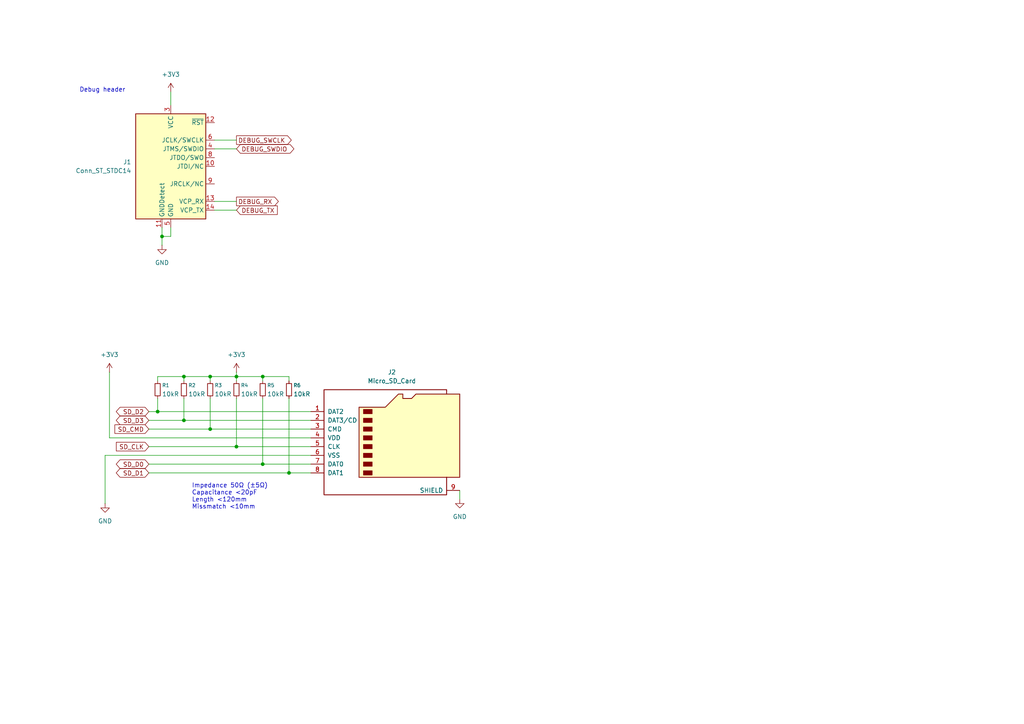
<source format=kicad_sch>
(kicad_sch (version 20250114) (generator "eeschema") (generator_version "9.0")
  (paper "A4")
  (title_block (title "Canard Board") (company "Waterloo Rocketry") (comment 4 "Processor: See STM Application Note AN5419"))
  (lib_symbols
    (symbol "Connector:Conn_ST_STDC14"
      (property "Reference" "J" (at -8.89 16.51 0))
      (property "Value" "Conn_ST_STDC14" (at 17.78 16.51 0))
      (symbol "Conn_ST_STDC14_0_1"
        (rectangle (start -10.16 15.24) (end 10.16 -15.24) (stroke (width 0.254)) (fill (type background)))
      )
      (symbol "Conn_ST_STDC14_1_1"
        (pin no_connect line (at -10.16 5.08 0) (length 2.54) (hide yes) (name "NC") (number "1"))
        (pin no_connect line (at -10.16 2.54 0) (length 2.54) (hide yes) (name "NC") (number "2"))
        (pin passive line (at -2.54 -17.78 90) (length 2.54) (name "GNDDetect") (number "11"))
        (pin power_in line (at 0 17.78 270) (length 2.54) (name "VCC") (number "3"))
        (pin power_in line (at 0 -17.78 90) (length 2.54) (name "GND") (number "5"))
        (pin passive line (at 0 -17.78 90) (length 2.54) (hide yes) (name "GND") (number "7"))
        (pin open_collector line (at 12.7 12.7 180) (length 2.54) (name "~{RST}") (number "12"))
        (pin output line (at 12.7 7.62 180) (length 2.54) (name "JCLK/SWCLK") (number "6"))
        (pin bidirectional line (at 12.7 5.08 180) (length 2.54) (name "JTMS/SWDIO") (number "4"))
        (pin input line (at 12.7 2.54 180) (length 2.54) (name "JTDO/SWO") (number "8"))
        (pin output line (at 12.7 0 180) (length 2.54) (name "JTDI/NC") (number "10"))
        (pin input line (at 12.7 -5.08 180) (length 2.54) (name "JRCLK/NC") (number "9"))
        (pin output line (at 12.7 -10.16 180) (length 2.54) (name "VCP_RX") (number "13"))
        (pin input line (at 12.7 -12.7 180) (length 2.54) (name "VCP_TX") (number "14"))
      )
    )
    (symbol "Connector:Micro_SD_Card" (pin_names (offset 1.016))
      (property "Reference" "J" (at -16.51 15.24 0))
      (property "Value" "Micro_SD_Card" (at 16.51 15.24 0))
      (symbol "Micro_SD_Card_0_1"
        (polyline (pts (xy -8.89 -11.43) (xy -8.89 8.89) (xy -1.27 8.89) (xy 2.54 12.7) (xy 3.81 12.7) (xy 3.81 11.43) (xy 6.35 11.43) (xy 7.62 12.7) (xy 20.32 12.7) (xy 20.32 -11.43) (xy -8.89 -11.43)) (stroke (width 0.254)) (fill (type background)))
        (rectangle (start -7.62 8.255) (end -5.08 6.985) (fill (type outline)))
        (rectangle (start -7.62 5.715) (end -5.08 4.445) (fill (type outline)))
        (rectangle (start -7.62 3.175) (end -5.08 1.905) (fill (type outline)))
        (rectangle (start -7.62 0.635) (end -5.08 -0.635) (fill (type outline)))
        (rectangle (start -7.62 -1.905) (end -5.08 -3.175) (fill (type outline)))
        (rectangle (start -7.62 -4.445) (end -5.08 -5.715) (fill (type outline)))
        (rectangle (start -7.62 -6.985) (end -5.08 -8.255) (fill (type outline)))
        (rectangle (start -7.62 -9.525) (end -5.08 -10.795) (fill (type outline)))
        (polyline (pts (xy 16.51 12.7) (xy 16.51 13.97) (xy -19.05 13.97) (xy -19.05 -16.51) (xy 16.51 -16.51) (xy 16.51 -11.43)) (stroke (width 0.254)))
      )
      (symbol "Micro_SD_Card_1_1"
        (pin bidirectional line (at -22.86 7.62 0) (length 3.81) (name "DAT2") (number "1"))
        (pin bidirectional line (at -22.86 5.08 0) (length 3.81) (name "DAT3/CD") (number "2"))
        (pin input line (at -22.86 2.54 0) (length 3.81) (name "CMD") (number "3"))
        (pin power_in line (at -22.86 0 0) (length 3.81) (name "VDD") (number "4"))
        (pin input line (at -22.86 -2.54 0) (length 3.81) (name "CLK") (number "5"))
        (pin power_in line (at -22.86 -5.08 0) (length 3.81) (name "VSS") (number "6"))
        (pin bidirectional line (at -22.86 -7.62 0) (length 3.81) (name "DAT0") (number "7"))
        (pin bidirectional line (at -22.86 -10.16 0) (length 3.81) (name "DAT1") (number "8"))
        (pin passive line (at 20.32 -15.24 180) (length 3.81) (name "SHIELD") (number "9"))
      )
    )
    (symbol "Device:R_Small" (pin_numbers (hide yes)) (pin_names (offset 0.254) (hide yes))
      (property "Reference" "R" (at 0 0 90))
      (property "Value" "R_Small" (at 1.778 0 90))
      (symbol "R_Small_0_1"
        (rectangle (start -0.762 1.778) (end 0.762 -1.778) (stroke (width 0.2032)))
      )
      (symbol "R_Small_1_1"
        (pin passive line (at 0 2.54 270) (length 0.762) (name "~") (number "1"))
        (pin passive line (at 0 -2.54 90) (length 0.762) (name "~") (number "2"))
      )
    )
    (symbol "power:+3V3" (power) (pin_numbers (hide yes)) (pin_names (offset 0) (hide yes))
      (property "Value" "+3V3" (at 0 3.556 0))
      (symbol "+3V3_0_1"
        (polyline (pts (xy -0.762 1.27) (xy 0 2.54)))
        (polyline (pts (xy 0 2.54) (xy 0.762 1.27)))
        (polyline (pts (xy 0 0) (xy 0 2.54)))
      )
      (symbol "+3V3_1_1"
        (pin power_in line (at 0 0 90) (length 0) (name "~") (number "1"))
      )
    )
    (symbol "power:GND" (power) (pin_numbers (hide yes)) (pin_names (offset 0) (hide yes))
      (property "Value" "GND" (at 0 -3.81 0))
      (symbol "GND_0_1"
        (polyline (pts (xy 0 0) (xy 0 -1.27) (xy 1.27 -1.27) (xy 0 -2.54) (xy -1.27 -1.27) (xy 0 -1.27)))
      )
      (symbol "GND_1_1"
        (pin power_in line (at 0 0 270) (length 0) (name "~") (number "1"))
      )
    )
  )
  (text "Debug header" (at 29.718 26.162 0) (effects (font (size 1.27 1.27))))
  (text "Impedance 50Ω (±5Ω)\nCapacitance <20pF\nLength <120mm\nMissmatch <10mm" (at 55.626 140.208 0) (effects (font (size 1.27 1.27)) (justify left top)))
  (junction (at 83.82 137.16))
  (junction (at 46.99 68.58))
  (junction (at 60.96 109.22))
  (junction (at 68.58 129.54))
  (junction (at 60.96 124.46))
  (junction (at 68.58 109.22))
  (junction (at 76.2 134.62))
  (junction (at 45.72 119.38))
  (junction (at 76.2 109.22))
  (junction (at 53.34 121.92))
  (junction (at 53.34 109.22))
  (wire (pts (xy 68.58 109.22) (xy 68.58 110.49)))
  (wire (pts (xy 30.48 132.08) (xy 90.17 132.08)))
  (wire (pts (xy 76.2 109.22) (xy 76.2 110.49)))
  (wire (pts (xy 76.2 115.57) (xy 76.2 134.62)))
  (wire (pts (xy 68.58 109.22) (xy 76.2 109.22)))
  (wire (pts (xy 46.99 68.58) (xy 46.99 71.12)))
  (wire (pts (xy 62.23 43.18) (xy 68.58 43.18)))
  (wire (pts (xy 45.72 115.57) (xy 45.72 119.38)))
  (wire (pts (xy 43.18 121.92) (xy 53.34 121.92)))
  (wire (pts (xy 49.53 66.04) (xy 49.53 68.58)))
  (wire (pts (xy 30.48 146.05) (xy 30.48 132.08)))
  (wire (pts (xy 68.58 129.54) (xy 90.17 129.54)))
  (wire (pts (xy 43.18 129.54) (xy 68.58 129.54)))
  (wire (pts (xy 76.2 134.62) (xy 90.17 134.62)))
  (wire (pts (xy 43.18 124.46) (xy 60.96 124.46)))
  (wire (pts (xy 53.34 121.92) (xy 90.17 121.92)))
  (wire (pts (xy 62.23 60.96) (xy 68.58 60.96)))
  (wire (pts (xy 43.18 119.38) (xy 45.72 119.38)))
  (wire (pts (xy 60.96 109.22) (xy 60.96 110.49)))
  (wire (pts (xy 45.72 119.38) (xy 90.17 119.38)))
  (wire (pts (xy 49.53 68.58) (xy 46.99 68.58)))
  (wire (pts (xy 83.82 109.22) (xy 83.82 110.49)))
  (wire (pts (xy 45.72 110.49) (xy 45.72 109.22)))
  (wire (pts (xy 83.82 115.57) (xy 83.82 137.16)))
  (wire (pts (xy 43.18 134.62) (xy 76.2 134.62)))
  (wire (pts (xy 76.2 109.22) (xy 83.82 109.22)))
  (wire (pts (xy 45.72 109.22) (xy 53.34 109.22)))
  (wire (pts (xy 53.34 115.57) (xy 53.34 121.92)))
  (wire (pts (xy 53.34 109.22) (xy 53.34 110.49)))
  (wire (pts (xy 83.82 137.16) (xy 90.17 137.16)))
  (wire (pts (xy 60.96 109.22) (xy 68.58 109.22)))
  (wire (pts (xy 133.35 144.78) (xy 133.35 142.24)))
  (wire (pts (xy 53.34 109.22) (xy 60.96 109.22)))
  (wire (pts (xy 46.99 66.04) (xy 46.99 68.58)))
  (wire (pts (xy 31.75 127) (xy 90.17 127)))
  (wire (pts (xy 60.96 124.46) (xy 90.17 124.46)))
  (wire (pts (xy 43.18 137.16) (xy 83.82 137.16)))
  (wire (pts (xy 49.53 26.67) (xy 49.53 30.48)))
  (wire (pts (xy 60.96 115.57) (xy 60.96 124.46)))
  (wire (pts (xy 62.23 58.42) (xy 68.58 58.42)))
  (wire (pts (xy 62.23 40.64) (xy 68.58 40.64)))
  (wire (pts (xy 31.75 107.95) (xy 31.75 127)))
  (wire (pts (xy 68.58 115.57) (xy 68.58 129.54)))
  (wire (pts (xy 68.58 107.95) (xy 68.58 109.22)))
  (global_label "SD_D1" (shape bidirectional) (at 43.18 137.16 180) (property "Intersheetrefs" "${INTERSHEET_REFS}" (effects (hide yes))))
  (global_label "SD_D0" (shape bidirectional) (at 43.18 134.62 180) (property "Intersheetrefs" "${INTERSHEET_REFS}" (effects (hide yes))))
  (global_label "SD_CLK" (shape input) (at 43.18 129.54 180) (property "Intersheetrefs" "${INTERSHEET_REFS}" (effects (hide yes))))
  (global_label "SD_CMD" (shape input) (at 43.18 124.46 180) (property "Intersheetrefs" "${INTERSHEET_REFS}" (effects (hide yes))))
  (global_label "SD_D3" (shape bidirectional) (at 43.18 121.92 180) (property "Intersheetrefs" "${INTERSHEET_REFS}" (effects (hide yes))))
  (global_label "SD_D2" (shape bidirectional) (at 43.18 119.38 180) (property "Intersheetrefs" "${INTERSHEET_REFS}" (effects (hide yes))))
  (global_label "DEBUG_TX" (shape input) (at 68.58 60.96 0) (property "Intersheetrefs" "${INTERSHEET_REFS}" (effects (hide yes))))
  (global_label "DEBUG_SWCLK" (shape output) (at 68.58 40.64 0) (property "Intersheetrefs" "${INTERSHEET_REFS}" (effects (hide yes))))
  (global_label "DEBUG_RX" (shape output) (at 68.58 58.42 0) (property "Intersheetrefs" "${INTERSHEET_REFS}" (effects (hide yes))))
  (global_label "DEBUG_SWDIO" (shape bidirectional) (at 68.58 43.18 0) (property "Intersheetrefs" "${INTERSHEET_REFS}" (effects (hide yes))))
  (symbol (lib_id "Device:R_Small") (at 45.72 113.03 0) (unit 1)
    (property "Reference" "R1" (at 46.99 111.76 0) (effects (font (size 1.016 1.016)) (justify left)))
    (property "Value" "10kR" (at 46.99 114.3 0) (effects (justify left)))
    (property "Footprint" "Resistor_SMD:R_0201_0603Metric" (effects (hide yes)))
    (property "Description" "Resistor, small symbol" (effects (hide yes)))
  )
  (symbol (lib_id "Device:R_Small") (at 76.2 113.03 0) (unit 1)
    (property "Reference" "R5" (at 77.47 111.76 0) (effects (font (size 1.016 1.016)) (justify left)))
    (property "Value" "10kR" (at 77.47 114.3 0) (effects (justify left)))
    (property "Footprint" "Resistor_SMD:R_0201_0603Metric" (effects (hide yes)))
    (property "Description" "Resistor, small symbol" (effects (hide yes)))
  )
  (symbol (lib_id "Device:R_Small") (at 68.58 113.03 0) (unit 1)
    (property "Reference" "R4" (at 69.85 111.76 0) (effects (font (size 1.016 1.016)) (justify left)))
    (property "Value" "10kR" (at 69.85 114.3 0) (effects (justify left)))
    (property "Footprint" "Resistor_SMD:R_0201_0603Metric" (effects (hide yes)))
    (property "Description" "Resistor, small symbol" (effects (hide yes)))
  )
  (symbol (lib_id "power:GND") (at 133.35 144.78 0) (unit 1)
    (property "Reference" "#PWR013" (effects (hide yes)))
    (property "Value" "GND" (at 133.35 149.86 0))
    (property "Description" "Power symbol creates a global label with name \"GND\" , ground" (effects (hide yes)))
  )
  (symbol (lib_id "Connector:Conn_ST_STDC14") (at 49.53 48.26 0) (unit 1)
    (property "Reference" "J1" (at 38.1 46.9899 0) (effects (justify right)))
    (property "Value" "Conn_ST_STDC14" (at 38.1 49.5299 0) (effects (justify right)))
    (property "Footprint" "Connector_PinHeader_1.27mm:PinHeader_2x07_P1.27mm_Vertical" (effects (hide yes)))
    (property "Datasheet" "https://www.st.com/content/ccc/resource/technical/document/user_manual/group1/99/49/91/b6/b2/3a/46/e5/DM00526767/files/DM00526767.pdf/jcr:content/translations/en.DM00526767.pdf" (effects (hide yes)))
    (property "Description" "ST Debug Connector, standard ARM Cortex-M SWD and JTAG interface plus UART" (effects (hide yes)))
  )
  (symbol (lib_id "power:+3V3") (at 31.75 107.95 0) (unit 1)
    (property "Reference" "#PWR015" (effects (hide yes)))
    (property "Value" "+3V3" (at 31.75 102.87 0))
    (property "Description" "Power symbol creates a global label with name \"+3V3\"" (effects (hide yes)))
  )
  (symbol (lib_id "Device:R_Small") (at 53.34 113.03 0) (unit 1)
    (property "Reference" "R2" (at 54.61 111.76 0) (effects (font (size 1.016 1.016)) (justify left)))
    (property "Value" "10kR" (at 54.61 114.3 0) (effects (justify left)))
    (property "Footprint" "Resistor_SMD:R_0201_0603Metric" (effects (hide yes)))
    (property "Description" "Resistor, small symbol" (effects (hide yes)))
  )
  (symbol (lib_id "Device:R_Small") (at 83.82 113.03 0) (unit 1)
    (property "Reference" "R6" (at 85.09 111.76 0) (effects (font (size 1.016 1.016)) (justify left)))
    (property "Value" "10kR" (at 85.09 114.3 0) (effects (justify left)))
    (property "Footprint" "Resistor_SMD:R_0201_0603Metric" (effects (hide yes)))
    (property "Description" "Resistor, small symbol" (effects (hide yes)))
  )
  (symbol (lib_id "power:+3V3") (at 68.58 107.95 0) (unit 1)
    (property "Reference" "#PWR017" (effects (hide yes)))
    (property "Value" "+3V3" (at 68.58 102.87 0))
    (property "Description" "Power symbol creates a global label with name \"+3V3\"" (effects (hide yes)))
  )
  (symbol (lib_id "Device:R_Small") (at 60.96 113.03 0) (unit 1)
    (property "Reference" "R3" (at 62.23 111.76 0) (effects (font (size 1.016 1.016)) (justify left)))
    (property "Value" "10kR" (at 62.23 114.3 0) (effects (justify left)))
    (property "Footprint" "Resistor_SMD:R_0201_0603Metric" (effects (hide yes)))
    (property "Description" "Resistor, small symbol" (effects (hide yes)))
  )
  (symbol (lib_id "power:GND") (at 46.99 71.12 0) (unit 1)
    (property "Reference" "#PWR012" (effects (hide yes)))
    (property "Value" "GND" (at 46.99 76.2 0))
    (property "Description" "Power symbol creates a global label with name \"GND\" , ground" (effects (hide yes)))
  )
  (symbol (lib_id "power:GND") (at 30.48 146.05 0) (unit 1)
    (property "Reference" "#PWR014" (effects (hide yes)))
    (property "Value" "GND" (at 30.48 151.13 0))
    (property "Description" "Power symbol creates a global label with name \"GND\" , ground" (effects (hide yes)))
  )
  (symbol (lib_id "Connector:Micro_SD_Card") (at 113.03 127 0) (unit 1)
    (property "Reference" "J2" (at 113.665 107.95 0))
    (property "Value" "Micro_SD_Card" (at 113.665 110.49 0))
    (property "Footprint" "Connector_Card:microSD_HC_Molex_47219-2001" (effects (hide yes)))
    (property "Datasheet" "https://www.we-online.com/components/products/datasheet/693072010801.pdf" (effects (hide yes)))
    (property "Description" "Micro SD Card Socket" (effects (hide yes)))
  )
  (symbol (lib_id "power:+3V3") (at 49.53 26.67 0) (unit 1)
    (property "Reference" "#PWR011" (effects (hide yes)))
    (property "Value" "+3V3" (at 49.53 21.59 0))
    (property "Description" "Power symbol creates a global label with name \"+3V3\"" (effects (hide yes)))
  )
)
</source>
